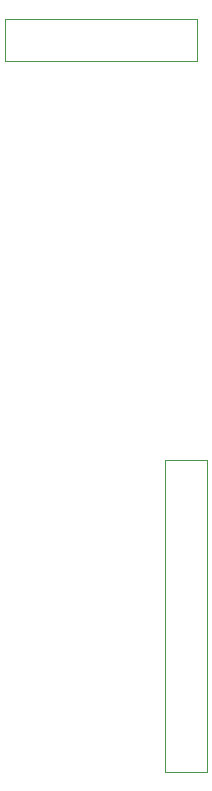
<source format=gbr>
G04 #@! TF.GenerationSoftware,KiCad,Pcbnew,(5.1.5-0-10_14)*
G04 #@! TF.CreationDate,2020-10-09T22:17:27-04:00*
G04 #@! TF.ProjectId,AYOM - VCA Control Board,41594f4d-202d-4205-9643-4120436f6e74,1.1*
G04 #@! TF.SameCoordinates,Original*
G04 #@! TF.FileFunction,Other,User*
%FSLAX46Y46*%
G04 Gerber Fmt 4.6, Leading zero omitted, Abs format (unit mm)*
G04 Created by KiCad (PCBNEW (5.1.5-0-10_14)) date 2020-10-09 22:17:27*
%MOMM*%
%LPD*%
G04 APERTURE LIST*
%ADD10C,0.050000*%
G04 APERTURE END LIST*
D10*
X77350000Y-88814500D02*
X77350000Y-92364500D01*
X77350000Y-92364500D02*
X93600000Y-92364500D01*
X93600000Y-92364500D02*
X93600000Y-88814500D01*
X93600000Y-88814500D02*
X77350000Y-88814500D01*
X94446500Y-126165000D02*
X90896500Y-126165000D01*
X90896500Y-126165000D02*
X90896500Y-152565000D01*
X90896500Y-152565000D02*
X94446500Y-152565000D01*
X94446500Y-152565000D02*
X94446500Y-126165000D01*
M02*

</source>
